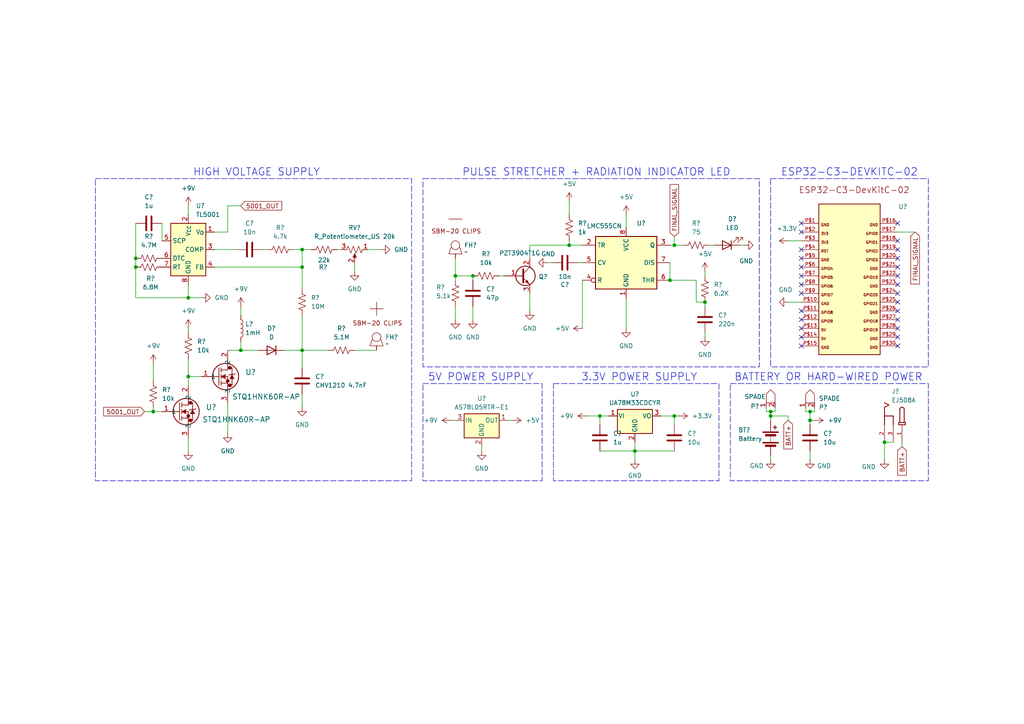
<source format=kicad_sch>
(kicad_sch (version 20231120) (generator "eeschema") (generator_version "8.0")
  (paper "A4")
  (lib_symbols
    (symbol "0197084013:0197084013"
      (property "Reference" "P" (at 0 0 0))
      (property "Value" "SPADE" (at 0 -4.064 0))
      (symbol "0197084013_0_1"
        (polyline (pts (xy 1.27 -10.16) (xy 1.27 -10.16)))
        (polyline (pts (xy -1.27 -1.27) (xy -1.27 1.27) (xy 0 2.54) (xy 1.27 1.27) (xy 1.27 -1.27) (xy -1.27 -1.27)))
      )
      (symbol "0197084013_1_1"
        (pin unspecified line (at -1.27 -2.54 90) (length 1.27) (name "") (number "1"))
        (pin unspecified line (at 1.27 -2.54 90) (length 1.27) (name "") (number "2"))
      )
    )
    (symbol "Device:Battery" (pin_numbers hide) (pin_names (offset 0) hide)
      (property "Reference" "BT" (at 2.54 2.54 0))
      (property "Value" "Battery" (at 2.54 0 0))
      (symbol "Battery_0_1"
        (rectangle (start -2.286 -1.27) (end 2.286 -1.524) (fill (type outline)))
        (rectangle (start -2.286 1.778) (end 2.286 1.524) (fill (type outline)))
        (rectangle (start -1.524 -2.032) (end 1.524 -2.54) (fill (type outline)))
        (rectangle (start -1.524 1.016) (end 1.524 0.508) (fill (type outline)))
        (polyline (pts (xy 0 -1.016) (xy 0 -0.762)))
        (polyline (pts (xy 0 -0.508) (xy 0 -0.254)))
        (polyline (pts (xy 0 0) (xy 0 0.254)))
        (polyline (pts (xy 0 1.778) (xy 0 2.54)))
        (polyline (pts (xy 0.762 3.048) (xy 1.778 3.048)) (stroke (width 0.254)))
        (polyline (pts (xy 1.27 3.556) (xy 1.27 2.54)) (stroke (width 0.254)))
      )
      (symbol "Battery_1_1"
        (pin passive line (at 0 5.08 270) (length 2.54) (name "+") (number "1"))
        (pin passive line (at 0 -5.08 90) (length 2.54) (name "-") (number "2"))
      )
    )
    (symbol "Device:C" (pin_numbers hide) (pin_names (offset 0.254))
      (property "Reference" "C" (at 0.635 2.54 0))
      (property "Value" "C" (at 0.635 -2.54 0))
      (symbol "C_0_1"
        (polyline (pts (xy -2.032 -0.762) (xy 2.032 -0.762)) (stroke (width 0.508)))
        (polyline (pts (xy -2.032 0.762) (xy 2.032 0.762)) (stroke (width 0.508)))
      )
      (symbol "C_1_1"
        (pin passive line (at 0 3.81 270) (length 2.794) (name "~") (number "1"))
        (pin passive line (at 0 -3.81 90) (length 2.794) (name "~") (number "2"))
      )
    )
    (symbol "Device:D" (pin_numbers hide) (pin_names (offset 1.016) hide)
      (property "Reference" "D" (at 0 2.54 0))
      (property "Value" "D" (at 0 -2.54 0))
      (symbol "D_0_1"
        (polyline (pts (xy -1.27 1.27) (xy -1.27 -1.27)) (stroke (width 0.254)))
        (polyline (pts (xy 1.27 0) (xy -1.27 0)))
        (polyline (pts (xy 1.27 1.27) (xy 1.27 -1.27) (xy -1.27 0) (xy 1.27 1.27)) (stroke (width 0.254)))
      )
      (symbol "D_1_1"
        (pin passive line (at -3.81 0 0) (length 2.54) (name "K") (number "1"))
        (pin passive line (at 3.81 0 180) (length 2.54) (name "A") (number "2"))
      )
    )
    (symbol "Device:L" (pin_numbers hide) (pin_names (offset 1.016) hide)
      (property "Reference" "L" (at -1.27 0 90))
      (property "Value" "L" (at 1.905 0 90))
      (symbol "L_0_1"
        (arc (start 0 -2.54) (mid 0.6323 -1.905) (end 0 -1.27))
        (arc (start 0 -1.27) (mid 0.6323 -0.635) (end 0 0))
        (arc (start 0 0) (mid 0.6323 0.635) (end 0 1.27))
        (arc (start 0 1.27) (mid 0.6323 1.905) (end 0 2.54))
      )
      (symbol "L_1_1"
        (pin passive line (at 0 3.81 270) (length 1.27) (name "1") (number "1"))
        (pin passive line (at 0 -3.81 90) (length 1.27) (name "2") (number "2"))
      )
    )
    (symbol "Device:LED" (pin_numbers hide) (pin_names (offset 1.016) hide)
      (property "Reference" "D" (at 0 2.54 0))
      (property "Value" "LED" (at 0 -2.54 0))
      (symbol "LED_0_1"
        (polyline (pts (xy -1.27 -1.27) (xy -1.27 1.27)) (stroke (width 0.254)))
        (polyline (pts (xy -1.27 0) (xy 1.27 0)))
        (polyline (pts (xy 1.27 -1.27) (xy 1.27 1.27) (xy -1.27 0) (xy 1.27 -1.27)) (stroke (width 0.254)))
        (polyline (pts (xy -3.048 -0.762) (xy -4.572 -2.286) (xy -3.81 -2.286) (xy -4.572 -2.286) (xy -4.572 -1.524)))
        (polyline (pts (xy -1.778 -0.762) (xy -3.302 -2.286) (xy -2.54 -2.286) (xy -3.302 -2.286) (xy -3.302 -1.524)))
      )
      (symbol "LED_1_1"
        (pin passive line (at -3.81 0 0) (length 2.54) (name "K") (number "1"))
        (pin passive line (at 3.81 0 180) (length 2.54) (name "A") (number "2"))
      )
    )
    (symbol "Device:R_Potentiometer_US" (pin_names (offset 1.016) hide)
      (property "Reference" "RV" (at -4.445 0 90))
      (property "Value" "R_Potentiometer_US" (at -2.54 0 90))
      (symbol "R_Potentiometer_US_0_1"
        (polyline (pts (xy 0 -2.286) (xy 0 -2.54)))
        (polyline (pts (xy 0 2.54) (xy 0 2.286)))
        (polyline (pts (xy 2.54 0) (xy 1.524 0)))
        (polyline (pts (xy 1.143 0) (xy 2.286 0.508) (xy 2.286 -0.508) (xy 1.143 0)) (fill (type outline)))
        (polyline (pts (xy 0 -0.762) (xy 1.016 -1.143) (xy 0 -1.524) (xy -1.016 -1.905) (xy 0 -2.286)))
        (polyline (pts (xy 0 0.762) (xy 1.016 0.381) (xy 0 0) (xy -1.016 -0.381) (xy 0 -0.762)))
        (polyline (pts (xy 0 2.286) (xy 1.016 1.905) (xy 0 1.524) (xy -1.016 1.143) (xy 0 0.762)))
      )
      (symbol "R_Potentiometer_US_1_1"
        (pin passive line (at 0 3.81 270) (length 1.27) (name "1") (number "1"))
        (pin passive line (at 3.81 0 180) (length 1.27) (name "2") (number "2"))
        (pin passive line (at 0 -3.81 90) (length 1.27) (name "3") (number "3"))
      )
    )
    (symbol "Device:R_US" (pin_numbers hide) (pin_names (offset 0))
      (property "Reference" "R" (at 2.54 0 90))
      (property "Value" "R_US" (at -2.54 0 90))
      (symbol "R_US_0_1"
        (polyline (pts (xy 0 -2.286) (xy 0 -2.54)))
        (polyline (pts (xy 0 2.286) (xy 0 2.54)))
        (polyline (pts (xy 0 -0.762) (xy 1.016 -1.143) (xy 0 -1.524) (xy -1.016 -1.905) (xy 0 -2.286)))
        (polyline (pts (xy 0 0.762) (xy 1.016 0.381) (xy 0 0) (xy -1.016 -0.381) (xy 0 -0.762)))
        (polyline (pts (xy 0 2.286) (xy 1.016 1.905) (xy 0 1.524) (xy -1.016 1.143) (xy 0 0.762)))
      )
      (symbol "R_US_1_1"
        (pin passive line (at 0 3.81 270) (length 1.27) (name "~") (number "1"))
        (pin passive line (at 0 -3.81 90) (length 1.27) (name "~") (number "2"))
      )
    )
    (symbol "EJ508A:EJ508A" (pin_names (offset 1.016))
      (property "Reference" "J" (at -5.08 5.08 0))
      (property "Value" "EJ508A" (at -5.08 -7.62 0))
      (symbol "EJ508A_0_0"
        (arc (start -5.08 2.54) (mid -4.894 2.091) (end -4.445 1.905) (stroke (width 0.254)))
        (arc (start -4.445 3.175) (mid -4.894 2.989) (end -5.08 2.54) (stroke (width 0.254)))
        (polyline (pts (xy -5.715 -1.27) (xy -6.35 -2.54)) (stroke (width 0.254)))
        (polyline (pts (xy -5.08 -2.54) (xy -5.715 -1.27)) (stroke (width 0.254)))
        (polyline (pts (xy -4.445 1.905) (xy -0.635 1.905)) (stroke (width 0.254)))
        (polyline (pts (xy -2.54 -2.54) (xy -5.08 -2.54)) (stroke (width 0.254)))
        (polyline (pts (xy -2.54 0) (xy -2.54 -2.54)) (stroke (width 0.254)))
        (polyline (pts (xy -0.635 1.5875) (xy -0.635 1.905)) (stroke (width 0.254)))
        (polyline (pts (xy -0.635 1.905) (xy -0.635 3.175)) (stroke (width 0.254)))
        (polyline (pts (xy -0.635 3.175) (xy -4.445 3.175)) (stroke (width 0.254)))
        (polyline (pts (xy -0.635 3.175) (xy -0.635 3.4925)) (stroke (width 0.254)))
        (polyline (pts (xy -0.635 3.4925) (xy 0 3.4925)) (stroke (width 0.254)))
        (polyline (pts (xy 0 -2.54) (xy -2.54 -2.54)) (stroke (width 0.254)))
        (polyline (pts (xy 0 0) (xy -2.54 0)) (stroke (width 0.254)))
        (polyline (pts (xy 0 1.5875) (xy -0.635 1.5875)) (stroke (width 0.254)))
        (polyline (pts (xy 0 3.4925) (xy 0 1.5875)) (stroke (width 0.254)))
        (pin passive line (at 5.08 2.54 180) (length 5.08) (name "~") (number "1"))
        (pin passive line (at 5.08 -2.54 180) (length 5.08) (name "~") (number "2"))
        (pin passive line (at 5.08 0 180) (length 5.08) (name "~") (number "3"))
      )
    )
    (symbol "ESP32-C3-DEVKITC-02:ESP32-C3-DEVKITC-02HOLES" (pin_names (offset 1.016))
      (property "Reference" "U" (at 0 0 0))
      (property "Value" "ESP32-C3-DEVKITC-02HOLES" (at 0 0 0))
      (symbol "ESP32-C3-DEVKITC-02HOLES_0_0"
        (rectangle (start -5.08 33.5311) (end 12.7 -10.16) (stroke (width 0.254)) (fill (type background)))
        (text " 3V3" (at -5.08 22.86 0) (effects (font (size 0.762 0.762)) (justify left top)))
        (text " 3V3" (at -5.08 25.4 0) (effects (font (size 0.762 0.762)) (justify left top)))
        (text " 5V" (at -5.08 -5.08 0) (effects (font (size 0.762 0.762)) (justify left top)))
        (text " 5V" (at -5.08 -2.54 0) (effects (font (size 0.762 0.762)) (justify left top)))
        (text " GND" (at -5.08 -7.62 0) (effects (font (size 0.762 0.762)) (justify left top)))
        (text " GND" (at -5.08 5.08 0) (effects (font (size 0.762 0.762)) (justify left top)))
        (text " GND" (at -5.08 17.78 0) (effects (font (size 0.762 0.762)) (justify left top)))
        (text " GND" (at -5.08 27.94 0) (effects (font (size 0.762 0.762)) (justify left top)))
        (text " GPIO4" (at -5.08 15.24 0) (effects (font (size 0.762 0.762)) (justify left top)))
        (text " GPIO5" (at -5.08 12.7 0) (effects (font (size 0.762 0.762)) (justify left top)))
        (text " GPIO6" (at -5.08 10.16 0) (effects (font (size 0.762 0.762)) (justify left top)))
        (text " GPIO7" (at -5.08 7.62 0) (effects (font (size 0.762 0.762)) (justify left top)))
        (text " GPIO8" (at -5.08 2.54 0) (effects (font (size 0.762 0.762)) (justify left top)))
        (text " GPIO9" (at -5.08 0 0) (effects (font (size 0.762 0.762)) (justify left top)))
        (text " RST" (at -5.08 20.32 0) (effects (font (size 0.762 0.762)) (justify left top)))
        (text "ESP32-C3-DevKitC-02" (at -10.922 36.576 0) (effects (font (size 1.778 1.778)) (justify left bottom)))
        (text "GND " (at 12.7 -7.62 0) (effects (font (size 0.762 0.762)) (justify right top)))
        (text "GND " (at 12.7 -5.08 0) (effects (font (size 0.762 0.762)) (justify right top)))
        (text "GND " (at 12.7 2.54 0) (effects (font (size 0.762 0.762)) (justify right top)))
        (text "GND " (at 12.7 10.16 0) (effects (font (size 0.762 0.762)) (justify right top)))
        (text "GND " (at 12.7 15.24 0) (effects (font (size 0.762 0.762)) (justify right top)))
        (text "GND " (at 12.7 27.94 0) (effects (font (size 0.762 0.762)) (justify right top)))
        (text "GPIO0 " (at 12.7 25.4 0) (effects (font (size 0.762 0.762)) (justify right top)))
        (text "GPIO1 " (at 12.7 22.86 0) (effects (font (size 0.762 0.762)) (justify right top)))
        (text "GPIO10 " (at 12.7 12.7 0) (effects (font (size 0.762 0.762)) (justify right top)))
        (text "GPIO18 " (at 12.7 0 0) (effects (font (size 0.762 0.762)) (justify right top)))
        (text "GPIO19 " (at 12.7 -2.54 0) (effects (font (size 0.762 0.762)) (justify right top)))
        (text "GPIO2 " (at 12.7 20.32 0) (effects (font (size 0.762 0.762)) (justify right top)))
        (text "GPIO20 " (at 12.7 7.62 0) (effects (font (size 0.762 0.762)) (justify right top)))
        (text "GPIO21 " (at 12.7 5.08 0) (effects (font (size 0.762 0.762)) (justify right top)))
        (text "GPIO3 " (at 12.7 17.78 0) (effects (font (size 0.762 0.762)) (justify right top)))
        (pin bidirectional line (at -10.16 27.94 0) (length 5.08) (name "~") (number "P$1"))
        (pin bidirectional line (at -10.16 5.08 0) (length 5.08) (name "~") (number "P$10"))
        (pin bidirectional line (at -10.16 2.54 0) (length 5.08) (name "~") (number "P$11"))
        (pin bidirectional line (at -10.16 0 0) (length 5.08) (name "~") (number "P$12"))
        (pin bidirectional line (at -10.16 -2.54 0) (length 5.08) (name "~") (number "P$13"))
        (pin bidirectional line (at -10.16 -5.08 0) (length 5.08) (name "~") (number "P$14"))
        (pin bidirectional line (at -10.16 -7.62 0) (length 5.08) (name "~") (number "P$15"))
        (pin bidirectional line (at 17.78 27.94 180) (length 5.08) (name "~") (number "P$16"))
        (pin bidirectional line (at 17.78 25.4 180) (length 5.08) (name "~") (number "P$17"))
        (pin bidirectional line (at 17.78 22.86 180) (length 5.08) (name "~") (number "P$18"))
        (pin bidirectional line (at 17.78 20.32 180) (length 5.08) (name "~") (number "P$19"))
        (pin bidirectional line (at -10.16 25.4 0) (length 5.08) (name "~") (number "P$2"))
        (pin bidirectional line (at 17.78 17.78 180) (length 5.08) (name "~") (number "P$20"))
        (pin bidirectional line (at 17.78 15.24 180) (length 5.08) (name "~") (number "P$21"))
        (pin bidirectional line (at 17.78 12.7 180) (length 5.08) (name "~") (number "P$22"))
        (pin bidirectional line (at 17.78 10.16 180) (length 5.08) (name "~") (number "P$23"))
        (pin bidirectional line (at 17.78 7.62 180) (length 5.08) (name "~") (number "P$24"))
        (pin bidirectional line (at 17.78 5.08 180) (length 5.08) (name "~") (number "P$25"))
        (pin bidirectional line (at 17.78 2.54 180) (length 5.08) (name "~") (number "P$26"))
        (pin bidirectional line (at 17.78 0 180) (length 5.08) (name "~") (number "P$27"))
        (pin bidirectional line (at 17.78 -2.54 180) (length 5.08) (name "~") (number "P$28"))
        (pin bidirectional line (at 17.78 -5.08 180) (length 5.08) (name "~") (number "P$29"))
        (pin bidirectional line (at -10.16 22.86 0) (length 5.08) (name "~") (number "P$3"))
        (pin bidirectional line (at 17.78 -7.62 180) (length 5.08) (name "~") (number "P$30"))
        (pin bidirectional line (at -10.16 20.32 0) (length 5.08) (name "~") (number "P$4"))
        (pin bidirectional line (at -10.16 17.78 0) (length 5.08) (name "~") (number "P$5"))
        (pin bidirectional line (at -10.16 15.24 0) (length 5.08) (name "~") (number "P$6"))
        (pin bidirectional line (at -10.16 12.7 0) (length 5.08) (name "~") (number "P$7"))
        (pin bidirectional line (at -10.16 10.16 0) (length 5.08) (name "~") (number "P$8"))
        (pin bidirectional line (at -10.16 7.62 0) (length 5.08) (name "~") (number "P$9"))
      )
    )
    (symbol "REV9-KI:36-3530-ND"
      (property "Reference" "FH" (at 0 0 0))
      (symbol "36-3530-ND_0_1"
        (polyline (pts (xy -1.27 -3.175) (xy -1.905 -5.08) (xy 1.905 -5.08) (xy 1.27 -3.175)))
      )
      (symbol "36-3530-ND_1_1"
        (circle (center 0 -2.54) (radius 1.27))
        (text "SBM-20 CLIPS\n" (at 0.254 1.524 0) (effects (font (size 1.27 1.27))))
        (pin unspecified line (at 0 -6.35 90) (length 1.27) (name "") (number ""))
      )
    )
    (symbol "Regulator_Linear:L78L05_SOT89" (pin_names (offset 0.254))
      (property "Reference" "U" (at -3.81 3.175 0))
      (property "Value" "L78L05_SOT89" (at -0.635 3.175 0))
      (symbol "L78L05_SOT89_0_1"
        (rectangle (start -5.08 1.905) (end 5.08 -5.08) (stroke (width 0.254)) (fill (type background)))
      )
      (symbol "L78L05_SOT89_1_1"
        (pin power_out line (at 7.62 0 180) (length 2.54) (name "OUT") (number "1"))
        (pin power_in line (at 0 -7.62 90) (length 2.54) (name "GND") (number "2"))
        (pin power_in line (at -7.62 0 0) (length 2.54) (name "IN") (number "3"))
      )
    )
    (symbol "Regulator_Linear:LT1129-3.3_SOT223" (pin_names (offset 0.254))
      (property "Reference" "U" (at -3.81 3.175 0))
      (property "Value" "LT1129-3.3_SOT223" (at 0 3.175 0))
      (symbol "LT1129-3.3_SOT223_0_1"
        (rectangle (start -5.08 -5.08) (end 5.08 1.905) (stroke (width 0.254)) (fill (type background)))
      )
      (symbol "LT1129-3.3_SOT223_1_1"
        (pin power_in line (at -7.62 0 0) (length 2.54) (name "VI") (number "1"))
        (pin power_in line (at 0 -7.62 90) (length 2.54) (name "GND") (number "2"))
        (pin power_out line (at 7.62 0 180) (length 2.54) (name "VO") (number "3"))
      )
    )
    (symbol "Regulator_Switching:TL5001"
      (property "Reference" "U" (at -5.08 8.89 0))
      (property "Value" "TL5001" (at 3.81 8.89 0))
      (symbol "TL5001_0_1"
        (rectangle (start -5.08 7.62) (end 5.08 -7.62) (stroke (width 0.254)) (fill (type background)))
        (pin input line (at 7.62 -5.08 180) (length 2.54) (name "FB") (number "4"))
      )
      (symbol "TL5001_1_1"
        (pin open_collector line (at 7.62 5.08 180) (length 2.54) (name "V_{O}") (number "1"))
        (pin power_in line (at 0 10.16 270) (length 2.54) (name "V_{CC}") (number "2"))
        (pin input line (at 7.62 0 180) (length 2.54) (name "COMP") (number "3"))
        (pin output line (at -7.62 2.54 0) (length 2.54) (name "SCP") (number "5"))
        (pin output line (at -7.62 -2.54 0) (length 2.54) (name "DTC") (number "6"))
        (pin output line (at -7.62 -5.08 0) (length 2.54) (name "RT") (number "7"))
        (pin power_in line (at 0 -10.16 90) (length 2.54) (name "GND") (number "8"))
      )
    )
    (symbol "STQ1HNK60R_AP:STQ1HNK60R-AP" (pin_names (offset 0.254))
      (property "Reference" "U" (at 11.43 1.905 0))
      (property "Value" "STQ1HNK60R-AP" (at 11.43 -2.54 0))
      (symbol "STQ1HNK60R-AP_1_1"
        (polyline (pts (xy 2.54 0) (xy 5.08 0)) (stroke (width 0.2032)))
        (polyline (pts (xy 5.08 -2.54) (xy 5.08 2.54)) (stroke (width 0.2032)))
        (polyline (pts (xy 5.715 -2.54) (xy 5.715 -1.27)) (stroke (width 0.2032)))
        (polyline (pts (xy 5.715 -1.905) (xy 7.62 -1.905)) (stroke (width 0.2032)))
        (polyline (pts (xy 5.715 -0.635) (xy 5.715 0.635)) (stroke (width 0.2032)))
        (polyline (pts (xy 5.715 1.27) (xy 5.715 2.54)) (stroke (width 0.2032)))
        (polyline (pts (xy 5.715 1.905) (xy 7.62 1.905)) (stroke (width 0.2032)))
        (polyline (pts (xy 6.985 0) (xy 7.62 0)) (stroke (width 0.2032)))
        (polyline (pts (xy 7.62 -5.08) (xy 7.62 0)) (stroke (width 0.2032)))
        (polyline (pts (xy 7.62 -2.54) (xy 8.89 -2.54)) (stroke (width 0.2032)))
        (polyline (pts (xy 7.62 1.905) (xy 7.62 5.08)) (stroke (width 0.2032)))
        (polyline (pts (xy 7.62 2.54) (xy 8.89 2.54)) (stroke (width 0.2032)))
        (polyline (pts (xy 8.255 0.635) (xy 8.001 0.381)) (stroke (width 0.2032)))
        (polyline (pts (xy 8.89 -2.54) (xy 8.89 -0.635)) (stroke (width 0.2032)))
        (polyline (pts (xy 8.89 0.635) (xy 8.89 2.54)) (stroke (width 0.2032)))
        (polyline (pts (xy 9.525 0.635) (xy 8.255 0.635)) (stroke (width 0.2032)))
        (polyline (pts (xy 9.779 0.889) (xy 9.525 0.635)) (stroke (width 0.2032)))
        (polyline (pts (xy 6.985 0.635) (xy 5.715 0) (xy 6.985 -0.635)) (fill (type outline)))
        (polyline (pts (xy 9.525 -0.635) (xy 8.255 -0.635) (xy 8.89 0.635)) (fill (type outline)))
        (circle (center 6.985 0) (radius 3.81) (stroke (width 0.254)))
        (circle (center 7.62 -1.27) (radius 0.0254) (stroke (width 0.508)))
        (circle (center 8.255 -2.54) (radius 0.0254) (stroke (width 0.508)))
        (circle (center 8.255 2.54) (radius 0.0254) (stroke (width 0.508)))
        (pin unspecified line (at 0 0 0) (length 2.54) (name "1") (number "1"))
        (pin unspecified line (at 7.62 7.62 270) (length 2.54) (name "2") (number "2"))
        (pin unspecified line (at 7.62 -7.62 90) (length 2.54) (name "3") (number "3"))
      )
    )
    (symbol "Timer:LMC555xN"
      (property "Reference" "U" (at -10.16 8.89 0))
      (property "Value" "LMC555xN" (at 2.54 8.89 0))
      (symbol "LMC555xN_0_0"
        (pin power_in line (at 0 -10.16 90) (length 2.54) (name "GND") (number "1"))
        (pin power_in line (at 0 10.16 270) (length 2.54) (name "VCC") (number "8"))
      )
      (symbol "LMC555xN_0_1"
        (rectangle (start -8.89 -7.62) (end 8.89 7.62) (stroke (width 0.254)) (fill (type background)))
        (rectangle (start -8.89 -7.62) (end 8.89 7.62) (stroke (width 0.254)) (fill (type background)))
      )
      (symbol "LMC555xN_1_1"
        (pin input line (at -12.7 5.08 0) (length 3.81) (name "TR") (number "2"))
        (pin output line (at 12.7 5.08 180) (length 3.81) (name "Q") (number "3"))
        (pin input inverted (at -12.7 -5.08 0) (length 3.81) (name "R") (number "4"))
        (pin input line (at -12.7 0 0) (length 3.81) (name "CV") (number "5"))
        (pin input line (at 12.7 -5.08 180) (length 3.81) (name "THR") (number "6"))
        (pin input line (at 12.7 0 180) (length 3.81) (name "DIS") (number "7"))
      )
    )
    (symbol "Transistor_BJT:PZT3904" (pin_names (offset 0) hide)
      (property "Reference" "Q" (at 5.08 1.905 0))
      (property "Value" "PZT3904" (at 5.08 0 0))
      (symbol "PZT3904_0_1"
        (polyline (pts (xy 0.635 0.635) (xy 2.54 2.54)))
        (polyline (pts (xy 0.635 -0.635) (xy 2.54 -2.54) (xy 2.54 -2.54)))
        (polyline (pts (xy 0.635 1.905) (xy 0.635 -1.905) (xy 0.635 -1.905)) (stroke (width 0.508)))
        (polyline (pts (xy 1.27 -1.778) (xy 1.778 -1.27) (xy 2.286 -2.286) (xy 1.27 -1.778) (xy 1.27 -1.778)) (fill (type outline)))
        (circle (center 1.27 0) (radius 2.8194) (stroke (width 0.254)))
      )
      (symbol "PZT3904_1_1"
        (pin input line (at -5.08 0 0) (length 5.715) (name "B") (number "1"))
        (pin passive line (at 2.54 5.08 270) (length 2.54) (name "C") (number "2"))
        (pin passive line (at 2.54 -5.08 90) (length 2.54) (name "E") (number "3"))
        (pin passive line (at 2.54 5.08 270) (length 2.54) hide (name "C") (number "4"))
      )
    )
    (symbol "power:+3.3V" (power) (pin_numbers hide) (pin_names (offset 0) hide)
      (property "Value" "+3.3V" (at 0 3.556 0))
      (symbol "+3.3V_0_1"
        (polyline (pts (xy -0.762 1.27) (xy 0 2.54)))
        (polyline (pts (xy 0 0) (xy 0 2.54)))
        (polyline (pts (xy 0 2.54) (xy 0.762 1.27)))
      )
      (symbol "+3.3V_1_1"
        (pin power_in line (at 0 0 90) (length 0) (name "~") (number "1"))
      )
    )
    (symbol "power:+5V" (power) (pin_numbers hide) (pin_names (offset 0) hide)
      (property "Value" "+5V" (at 0 3.556 0))
      (symbol "+5V_0_1"
        (polyline (pts (xy -0.762 1.27) (xy 0 2.54)))
        (polyline (pts (xy 0 0) (xy 0 2.54)))
        (polyline (pts (xy 0 2.54) (xy 0.762 1.27)))
      )
      (symbol "+5V_1_1"
        (pin power_in line (at 0 0 90) (length 0) (name "~") (number "1"))
      )
    )
    (symbol "power:+9V" (power) (pin_numbers hide) (pin_names (offset 0) hide)
      (property "Value" "+9V" (at 0 3.556 0))
      (symbol "+9V_0_1"
        (polyline (pts (xy -0.762 1.27) (xy 0 2.54)))
        (polyline (pts (xy 0 0) (xy 0 2.54)))
        (polyline (pts (xy 0 2.54) (xy 0.762 1.27)))
      )
      (symbol "+9V_1_1"
        (pin power_in line (at 0 0 90) (length 0) (name "~") (number "1"))
      )
    )
    (symbol "power:GND" (power) (pin_numbers hide) (pin_names (offset 0) hide)
      (property "Value" "GND" (at 0 -3.81 0))
      (symbol "GND_0_1"
        (polyline (pts (xy 0 0) (xy 0 -1.27) (xy 1.27 -1.27) (xy 0 -2.54) (xy -1.27 -1.27) (xy 0 -1.27)))
      )
      (symbol "GND_1_1"
        (pin power_in line (at 0 0 270) (length 0) (name "~") (number "1"))
      )
    )
  )
  (junction (at 234.95 119.38))
  (junction (at 194.31 81.28))
  (junction (at 223.52 120.65))
  (junction (at 87.63 72.39))
  (junction (at 87.63 77.47))
  (junction (at 195.58 120.65))
  (junction (at 195.58 71.12))
  (junction (at 132.08 80.01))
  (junction (at 223.52 119.38))
  (junction (at 39.37 77.47))
  (junction (at 54.61 86.36))
  (junction (at 234.95 121.92))
  (junction (at 39.37 74.93))
  (junction (at 204.47 87.63))
  (junction (at 87.63 101.6))
  (junction (at 44.45 119.38))
  (junction (at 256.54 128.27))
  (junction (at 54.61 109.22))
  (junction (at 173.99 120.65))
  (junction (at 69.85 101.6))
  (junction (at 165.1 71.12))
  (junction (at 184.15 130.81))
  (junction (at 137.16 80.01))
  (no_connect (at 232.41 77.47))
  (no_connect (at 260.35 90.17))
  (no_connect (at 232.41 95.25))
  (no_connect (at 232.41 92.71))
  (no_connect (at 232.41 82.55))
  (no_connect (at 260.35 74.93))
  (no_connect (at 260.35 95.25))
  (no_connect (at 260.35 100.33))
  (no_connect (at 260.35 72.39))
  (no_connect (at 260.35 77.47))
  (no_connect (at 232.41 100.33))
  (no_connect (at 260.35 69.85))
  (no_connect (at 232.41 64.77))
  (no_connect (at 260.35 85.09))
  (no_connect (at 232.41 85.09))
  (no_connect (at 260.35 97.79))
  (no_connect (at 232.41 80.01))
  (no_connect (at 260.35 80.01))
  (no_connect (at 260.35 87.63))
  (no_connect (at 232.41 67.31))
  (no_connect (at 260.35 64.77))
  (no_connect (at 232.41 72.39))
  (no_connect (at 260.35 92.71))
  (no_connect (at 260.35 82.55))
  (no_connect (at 232.41 74.93))
  (no_connect (at 232.41 97.79))
  (no_connect (at 232.41 90.17))
  (wire (pts (xy 233.68 119.38) (xy 233.68 118.11)))
  (wire (pts (xy 153.67 85.09) (xy 153.67 90.17)))
  (wire (pts (xy 147.32 121.92) (xy 148.59 121.92)))
  (wire (pts (xy 54.61 95.25) (xy 54.61 96.52)))
  (wire (pts (xy 194.31 71.12) (xy 195.58 71.12)))
  (wire (pts (xy 106.68 72.39) (xy 110.49 72.39)))
  (wire (pts (xy 144.78 80.01) (xy 146.05 80.01)))
  (wire (pts (xy 69.85 88.9) (xy 69.85 91.44)))
  (wire (pts (xy 66.04 59.69) (xy 69.85 59.69)))
  (wire (pts (xy 87.63 114.3) (xy 87.63 118.11)))
  (wire (pts (xy 54.61 82.55) (xy 54.61 86.36)))
  (wire (pts (xy 184.15 130.81) (xy 184.15 133.35)))
  (wire (pts (xy 233.68 119.38) (xy 234.95 119.38)))
  (wire (pts (xy 158.75 76.2) (xy 160.02 76.2)))
  (wire (pts (xy 191.77 120.65) (xy 195.58 120.65)))
  (wire (pts (xy 204.47 78.74) (xy 204.47 80.01)))
  (wire (pts (xy 228.6 69.85) (xy 232.41 69.85)))
  (wire (pts (xy 234.95 121.92) (xy 234.95 123.19)))
  (wire (pts (xy 76.2 72.39) (xy 77.47 72.39)))
  (wire (pts (xy 153.67 71.12) (xy 153.67 74.93)))
  (wire (pts (xy 69.85 101.6) (xy 74.93 101.6)))
  (wire (pts (xy 97.79 72.39) (xy 99.06 72.39)))
  (wire (pts (xy 184.15 130.81) (xy 195.58 130.81)))
  (wire (pts (xy 223.52 119.38) (xy 224.79 119.38)))
  (wire (pts (xy 195.58 68.58) (xy 195.58 71.12)))
  (wire (pts (xy 165.1 71.12) (xy 168.91 71.12)))
  (wire (pts (xy 87.63 101.6) (xy 87.63 91.44)))
  (wire (pts (xy 201.93 87.63) (xy 204.47 87.63)))
  (wire (pts (xy 181.61 86.36) (xy 181.61 95.25)))
  (wire (pts (xy 66.04 101.6) (xy 69.85 101.6)))
  (wire (pts (xy 44.45 118.11) (xy 44.45 119.38)))
  (wire (pts (xy 132.08 80.01) (xy 137.16 80.01)))
  (wire (pts (xy 214.63 71.12) (xy 215.9 71.12)))
  (wire (pts (xy 54.61 109.22) (xy 58.42 109.22)))
  (wire (pts (xy 195.58 120.65) (xy 195.58 123.19)))
  (wire (pts (xy 222.25 119.38) (xy 223.52 119.38)))
  (wire (pts (xy 194.31 76.2) (xy 194.31 81.28)))
  (wire (pts (xy 66.04 116.84) (xy 66.04 125.73)))
  (wire (pts (xy 54.61 104.14) (xy 54.61 109.22)))
  (wire (pts (xy 234.95 130.81) (xy 234.95 133.35)))
  (wire (pts (xy 54.61 59.69) (xy 54.61 62.23)))
  (wire (pts (xy 173.99 120.65) (xy 176.53 120.65)))
  (wire (pts (xy 102.87 76.2) (xy 102.87 78.74)))
  (wire (pts (xy 223.52 133.35) (xy 223.52 132.08)))
  (wire (pts (xy 46.99 69.85) (xy 46.99 64.77)))
  (wire (pts (xy 58.42 86.36) (xy 54.61 86.36)))
  (wire (pts (xy 256.54 128.27) (xy 259.08 128.27)))
  (wire (pts (xy 44.45 105.41) (xy 44.45 110.49)))
  (wire (pts (xy 222.25 119.38) (xy 222.25 118.11)))
  (wire (pts (xy 62.23 77.47) (xy 87.63 77.47)))
  (wire (pts (xy 234.95 119.38) (xy 236.22 119.38)))
  (wire (pts (xy 173.99 120.65) (xy 173.99 123.19)))
  (wire (pts (xy 130.81 121.92) (xy 132.08 121.92)))
  (wire (pts (xy 234.95 121.92) (xy 236.22 121.92)))
  (wire (pts (xy 168.91 95.25) (xy 168.91 81.28)))
  (wire (pts (xy 66.04 67.31) (xy 66.04 59.69)))
  (wire (pts (xy 132.08 88.9) (xy 132.08 92.71)))
  (wire (pts (xy 204.47 97.79) (xy 204.47 96.52)))
  (wire (pts (xy 39.37 74.93) (xy 39.37 77.47)))
  (wire (pts (xy 261.62 129.54) (xy 261.62 128.27)))
  (wire (pts (xy 195.58 71.12) (xy 198.12 71.12)))
  (wire (pts (xy 260.35 67.31) (xy 265.43 67.31)))
  (wire (pts (xy 181.61 62.23) (xy 181.61 66.04)))
  (wire (pts (xy 153.67 71.12) (xy 165.1 71.12)))
  (wire (pts (xy 165.1 69.85) (xy 165.1 71.12)))
  (wire (pts (xy 137.16 88.9) (xy 137.16 92.71)))
  (wire (pts (xy 205.74 71.12) (xy 207.01 71.12)))
  (wire (pts (xy 228.6 120.65) (xy 228.6 121.92)))
  (wire (pts (xy 234.95 119.38) (xy 234.95 121.92)))
  (wire (pts (xy 66.04 67.31) (xy 62.23 67.31)))
  (wire (pts (xy 102.87 101.6) (xy 109.22 101.6)))
  (wire (pts (xy 173.99 130.81) (xy 184.15 130.81)))
  (wire (pts (xy 41.91 119.38) (xy 44.45 119.38)))
  (wire (pts (xy 223.52 120.65) (xy 228.6 120.65)))
  (wire (pts (xy 87.63 101.6) (xy 95.25 101.6)))
  (wire (pts (xy 39.37 86.36) (xy 54.61 86.36)))
  (wire (pts (xy 223.52 121.92) (xy 223.52 120.65)))
  (wire (pts (xy 170.18 120.65) (xy 173.99 120.65)))
  (wire (pts (xy 69.85 99.06) (xy 69.85 101.6)))
  (wire (pts (xy 85.09 72.39) (xy 87.63 72.39)))
  (wire (pts (xy 195.58 120.65) (xy 196.85 120.65)))
  (wire (pts (xy 236.22 119.38) (xy 236.22 118.11)))
  (wire (pts (xy 132.08 74.93) (xy 132.08 80.01)))
  (wire (pts (xy 256.54 128.27) (xy 256.54 133.35)))
  (wire (pts (xy 223.52 119.38) (xy 223.52 120.65)))
  (wire (pts (xy 204.47 87.63) (xy 204.47 88.9)))
  (wire (pts (xy 167.64 76.2) (xy 168.91 76.2)))
  (wire (pts (xy 54.61 111.76) (xy 54.61 109.22)))
  (wire (pts (xy 139.7 129.54) (xy 139.7 130.81)))
  (wire (pts (xy 87.63 77.47) (xy 87.63 83.82)))
  (wire (pts (xy 87.63 72.39) (xy 87.63 77.47)))
  (wire (pts (xy 184.15 128.27) (xy 184.15 130.81)))
  (wire (pts (xy 82.55 101.6) (xy 87.63 101.6)))
  (wire (pts (xy 39.37 77.47) (xy 39.37 86.36)))
  (wire (pts (xy 228.6 87.63) (xy 232.41 87.63)))
  (wire (pts (xy 132.08 81.28) (xy 132.08 80.01)))
  (wire (pts (xy 54.61 127) (xy 54.61 130.81)))
  (wire (pts (xy 137.16 81.28) (xy 137.16 80.01)))
  (wire (pts (xy 87.63 101.6) (xy 87.63 106.68)))
  (wire (pts (xy 44.45 119.38) (xy 46.99 119.38)))
  (wire (pts (xy 62.23 72.39) (xy 68.58 72.39)))
  (wire (pts (xy 87.63 72.39) (xy 90.17 72.39)))
  (wire (pts (xy 224.79 119.38) (xy 224.79 118.11)))
  (wire (pts (xy 39.37 64.77) (xy 39.37 74.93)))
  (wire (pts (xy 165.1 58.42) (xy 165.1 62.23)))
  (wire (pts (xy 194.31 81.28) (xy 201.93 81.28)))
  (wire (pts (xy 201.93 81.28) (xy 201.93 87.63)))
  (rectangle (start 160.528 111.252) (end 208.534 139.446) (stroke (width 0) (type dash)))
  (rectangle (start 27.686 51.816) (end 119.38 139.446) (stroke (width 0) (type dash)))
  (rectangle (start 223.52 51.816) (end 269.24 106.426) (stroke (width 0) (type dash)))
  (rectangle (start 122.682 51.816) (end 220.218 106.426) (stroke (width 0) (type dash)))
  (rectangle (start 211.836 111.252) (end 269.24 139.446) (stroke (width 0) (type dash)))
  (rectangle (start 122.682 111.252) (end 157.226 139.446) (stroke (width 0) (type dash)))
  (text "HIGH VOLTAGE SUPPLY" (at 74.422 50.038 0) (effects (font (size 2.159 2.159))))
  (text "_" (at 132.08 60.96 0) (effects (font (size 5.08 5.08))))
  (text "3.3V POWER SUPPLY" (at 185.42 109.474 0) (effects (font (size 2.159 2.159))))
  (text "BATTERY OR HARD-WIRED POWER" (at 240.284 109.474 0) (effects (font (size 2.159 2.159))))
  (text "ESP32-C3-DEVKITC-02" (at 246.38 50.038 0) (effects (font (size 2.159 2.159))))
  (text "PULSE STRETCHER + RADIATION INDICATOR LED" (at 172.974 50.038 0) (effects (font (size 2.159 2.159))))
  (text "+" (at 109.22 89.408 0) (effects (font (size 5.08 5.08))))
  (text "5V POWER SUPPLY" (at 139.446 109.474 0) (effects (font (size 2.159 2.159))))
  (global_label "BATT+" (shape input) (at 228.6 121.92 270) (property "Intersheetrefs" "${INTERSHEET_REFS}" (effects (hide yes))))
  (global_label "5001_OUT" (shape input) (at 69.85 59.69 0) (property "Intersheetrefs" "${INTERSHEET_REFS}" (effects (hide yes))))
  (global_label "FINAL_SIGNAL" (shape input) (at 265.43 67.31 270) (property "Intersheetrefs" "${INTERSHEET_REFS}" (effects (hide yes))))
  (global_label "FINAL_SIGNAL" (shape input) (at 195.58 68.58 90) (property "Intersheetrefs" "${INTERSHEET_REFS}" (effects (hide yes))))
  (global_label "5001_OUT" (shape input) (at 41.91 119.38 180) (property "Intersheetrefs" "${INTERSHEET_REFS}" (effects (hide yes))))
  (global_label "BATT+" (shape input) (at 261.62 129.54 270) (property "Intersheetrefs" "${INTERSHEET_REFS}" (effects (hide yes))))
  (symbol (lib_id "power:+9V") (at 236.22 121.92 270) (unit 1)
    (property "Reference" "#PWR01" (effects (hide yes)))
    (property "Value" "+9V" (at 240.03 121.9199 90) (effects (justify left)))
    (property "Description" "Power symbol creates a global label with name \"+9V\"" (effects (hide yes)))
  )
  (symbol (lib_id "Device:R_US") (at 140.97 80.01 90) (unit 1)
    (property "Reference" "R?" (at 140.97 73.66 90))
    (property "Value" "10k" (at 140.97 76.2 90))
    (property "Description" "Resistor, US symbol" (effects (hide yes)))
  )
  (symbol (lib_id "0197084013:0197084013") (at 234.95 115.57 0) (unit 1)
    (property "Reference" "P?" (at 237.49 118.1099 0) (effects (justify left)))
    (property "Value" "SPADE" (at 237.49 115.57 0) (effects (justify left)))
    (property "Footprint" "0197084013:0197084013" (effects (hide yes)))
  )
  (symbol (lib_id "power:+9V") (at 69.85 88.9 0) (unit 1)
    (property "Reference" "#PWR010" (effects (hide yes)))
    (property "Value" "+9V" (at 69.85 83.82 0))
    (property "Description" "Power symbol creates a global label with name \"+9V\"" (effects (hide yes)))
  )
  (symbol (lib_id "Device:R_US") (at 204.47 83.82 0) (unit 1)
    (property "Reference" "R?" (at 207.01 82.5499 0) (effects (justify left)))
    (property "Value" "6.2K" (at 207.01 85.0899 0) (effects (justify left)))
    (property "Description" "Resistor, US symbol" (effects (hide yes)))
  )
  (symbol (lib_id "power:+3.3V") (at 228.6 69.85 90) (unit 1)
    (property "Reference" "#PWR032" (effects (hide yes)))
    (property "Value" "+3.3V" (at 231.14 66.294 90) (effects (justify left)))
    (property "Description" "Power symbol creates a global label with name \"+3.3V\"" (effects (hide yes)))
  )
  (symbol (lib_id "Device:R_US") (at 81.28 72.39 90) (unit 1)
    (property "Reference" "R?" (at 81.28 66.04 90))
    (property "Value" "4.7k" (at 81.28 68.58 90))
    (property "Description" "Resistor, US symbol" (effects (hide yes)))
  )
  (symbol (lib_id "0197084013:0197084013") (at 223.52 115.57 0) (unit 1)
    (property "Reference" "P?" (at 217.678 117.856 0) (effects (justify left)))
    (property "Value" "SPADE" (at 215.9 115.062 0) (effects (justify left)))
    (property "Footprint" "0197084013:0197084013" (effects (hide yes)))
  )
  (symbol (lib_id "Device:C") (at 137.16 85.09 0) (unit 1)
    (property "Reference" "C?" (at 140.97 83.8199 0) (effects (justify left)))
    (property "Value" "47p" (at 140.97 86.3599 0) (effects (justify left)))
    (property "Description" "Unpolarized capacitor" (effects (hide yes)))
  )
  (symbol (lib_id "Device:C") (at 204.47 92.71 0) (unit 1)
    (property "Reference" "C?" (at 208.28 91.4399 0) (effects (justify left)))
    (property "Value" "220n" (at 208.28 93.9799 0) (effects (justify left)))
    (property "Description" "Unpolarized capacitor" (effects (hide yes)))
  )
  (symbol (lib_id "Device:C") (at 43.18 64.77 90) (unit 1)
    (property "Reference" "C?" (at 43.18 57.15 90))
    (property "Value" "1u" (at 43.18 59.69 90))
    (property "Description" "Unpolarized capacitor" (effects (hide yes)))
  )
  (symbol (lib_id "Transistor_BJT:PZT3904") (at 151.13 80.01 0) (unit 1)
    (property "Reference" "Q?" (at 156.21 80.264 0) (effects (justify left)))
    (property "Value" "PZT3904T1G" (at 144.78 73.406 0) (effects (justify left)))
    (property "Footprint" "Package_TO_SOT_SMD:SOT-223-3_TabPin2" (effects (hide yes)))
    (property "Datasheet" "https://www.onsemi.com/pdf/datasheet/pzt3904-d.pdf" (effects (hide yes)))
    (property "Description" "0.2A Ic, 40V Vce, Small Signal NPN Transistor, SOT-223" (effects (hide yes)))
  )
  (symbol (lib_id "Device:R_US") (at 93.98 72.39 90) (unit 1)
    (property "Reference" "R?" (at 93.726 77.47 90))
    (property "Value" "22k" (at 93.98 75.438 90))
    (property "Description" "Resistor, US symbol" (effects (hide yes)))
  )
  (symbol (lib_id "Device:C") (at 72.39 72.39 90) (unit 1)
    (property "Reference" "C?" (at 72.39 64.77 90))
    (property "Value" "10n" (at 72.39 67.31 90))
    (property "Description" "Unpolarized capacitor" (effects (hide yes)))
  )
  (symbol (lib_id "Device:C") (at 163.83 76.2 90) (unit 1)
    (property "Reference" "C?" (at 163.83 82.55 90))
    (property "Value" "10n" (at 163.83 80.264 90))
    (property "Description" "Unpolarized capacitor" (effects (hide yes)))
  )
  (symbol (lib_id "power:+5V") (at 168.91 95.25 90) (unit 1)
    (property "Reference" "#PWR026" (effects (hide yes)))
    (property "Value" "+5V" (at 165.1 95.2499 90) (effects (justify left)))
    (property "Description" "Power symbol creates a global label with name \"+5V\"" (effects (hide yes)))
  )
  (symbol (lib_id "power:GND") (at 181.61 95.25 0) (unit 1)
    (property "Reference" "#PWR024" (effects (hide yes)))
    (property "Value" "GND" (at 181.61 100.33 0))
    (property "Description" "Power symbol creates a global label with name \"GND\" , ground" (effects (hide yes)))
  )
  (symbol (lib_id "power:GND") (at 137.16 92.71 0) (unit 1)
    (property "Reference" "#PWR021" (effects (hide yes)))
    (property "Value" "GND" (at 137.16 97.79 0))
    (property "Description" "Power symbol creates a global label with name \"GND\" , ground" (effects (hide yes)))
  )
  (symbol (lib_id "Device:C") (at 87.63 110.49 0) (unit 1)
    (property "Reference" "C?" (at 91.44 109.2199 0) (effects (justify left)))
    (property "Value" "CHV1210 4.7nF" (at 91.44 111.7599 0) (effects (justify left)))
    (property "Description" "Unpolarized capacitor" (effects (hide yes)))
  )
  (symbol (lib_id "Device:R_US") (at 87.63 87.63 0) (unit 1)
    (property "Reference" "R?" (at 90.17 86.3599 0) (effects (justify left)))
    (property "Value" "10M" (at 90.17 88.8999 0) (effects (justify left)))
    (property "Description" "Resistor, US symbol" (effects (hide yes)))
  )
  (symbol (lib_id "power:GND") (at 184.15 133.35 0) (unit 1)
    (property "Reference" "#PWR019" (effects (hide yes)))
    (property "Value" "GND" (at 184.15 137.922 0))
    (property "Description" "Power symbol creates a global label with name \"GND\" , ground" (effects (hide yes)))
  )
  (symbol (lib_id "power:+3.3V") (at 196.85 120.65 270) (unit 1)
    (property "Reference" "#PWR018" (effects (hide yes)))
    (property "Value" "+3.3V" (at 200.66 120.6499 90) (effects (justify left)))
    (property "Description" "Power symbol creates a global label with name \"+3.3V\"" (effects (hide yes)))
  )
  (symbol (lib_id "Device:D") (at 78.74 101.6 180) (unit 1)
    (property "Reference" "D?" (at 78.74 95.25 0))
    (property "Value" "D" (at 78.74 97.79 0))
    (property "Description" "Diode" (effects (hide yes)))
    (property "Sim.Device" "D" (effects (hide yes)))
    (property "Sim.Pins" "1=K 2=A" (effects (hide yes)))
  )
  (symbol (lib_id "Timer:LMC555xN") (at 181.61 76.2 0) (unit 1)
    (property "Reference" "U?" (at 184.658 64.77 0) (effects (justify left)))
    (property "Value" "LMC555CN" (at 170.18 65.532 0) (effects (justify left)))
    (property "Footprint" "Package_DIP:DIP-8_W7.62mm" (effects (hide yes)))
    (property "Datasheet" "http://www.ti.com/lit/ds/symlink/lmc555.pdf" (effects (hide yes)))
    (property "Description" "CMOS Timer, 555 compatible, PDIP-8" (effects (hide yes)))
  )
  (symbol (lib_id "Regulator_Linear:LT1129-3.3_SOT223") (at 184.15 120.65 0) (unit 1)
    (property "Reference" "U?" (at 184.15 114.3 0))
    (property "Value" "UA78M33CDCYR" (at 184.15 116.84 0))
    (property "Footprint" "Package_TO_SOT_SMD:SOT-223-3_TabPin2" (effects (hide yes)))
    (property "Datasheet" "https://www.analog.com/media/en/technical-documentation/data-sheets/112935ff.pdf" (effects (hide yes)))
    (property "Description" "700mA Micropower Low drop-out regulator, Fixed Output 3.3V, SOT-223" (effects (hide yes)))
  )
  (symbol (lib_id "Device:C") (at 173.99 127 0) (unit 1)
    (property "Reference" "C?" (at 177.8 125.7299 0) (effects (justify left)))
    (property "Value" "1u" (at 177.8 128.2699 0) (effects (justify left)))
    (property "Description" "Unpolarized capacitor" (effects (hide yes)))
  )
  (symbol (lib_id "power:+9V") (at 44.45 105.41 0) (unit 1)
    (property "Reference" "#PWR06" (effects (hide yes)))
    (property "Value" "+9V" (at 44.45 100.33 0))
    (property "Description" "Power symbol creates a global label with name \"+9V\"" (effects (hide yes)))
  )
  (symbol (lib_id "power:GND") (at 204.47 97.79 0) (unit 1)
    (property "Reference" "#PWR028" (effects (hide yes)))
    (property "Value" "GND" (at 204.47 102.87 0))
    (property "Description" "Power symbol creates a global label with name \"GND\" , ground" (effects (hide yes)))
  )
  (symbol (lib_id "power:+5V") (at 204.47 78.74 0) (unit 1)
    (property "Reference" "#PWR029" (effects (hide yes)))
    (property "Value" "+5V" (at 204.47 73.66 0))
    (property "Description" "Power symbol creates a global label with name \"+5V\"" (effects (hide yes)))
  )
  (symbol (lib_id "Device:R_US") (at 99.06 101.6 90) (unit 1)
    (property "Reference" "R?" (at 99.06 95.25 90))
    (property "Value" "5.1M" (at 99.06 97.79 90))
    (property "Description" "Resistor, US symbol" (effects (hide yes)))
  )
  (symbol (lib_id "power:GND") (at 87.63 118.11 0) (unit 1)
    (property "Reference" "#PWR013" (effects (hide yes)))
    (property "Value" "GND" (at 87.63 123.19 0))
    (property "Description" "Power symbol creates a global label with name \"GND\" , ground" (effects (hide yes)))
  )
  (symbol (lib_id "power:GND") (at 158.75 76.2 270) (unit 1)
    (property "Reference" "#PWR027" (effects (hide yes)))
    (property "Value" "GND" (at 161.036 73.66 90) (effects (justify right)))
    (property "Description" "Power symbol creates a global label with name \"GND\" , ground" (effects (hide yes)))
  )
  (symbol (lib_id "power:+9V") (at 54.61 59.69 0) (unit 1)
    (property "Reference" "#PWR05" (effects (hide yes)))
    (property "Value" "+9V" (at 54.61 54.61 0))
    (property "Description" "Power symbol creates a global label with name \"+9V\"" (effects (hide yes)))
  )
  (symbol (lib_id "EJ508A:EJ508A") (at 259.08 123.19 270) (unit 1)
    (property "Reference" "J?" (at 258.572 113.538 90) (effects (justify left)))
    (property "Value" "EJ508A" (at 258.572 116.078 90) (effects (justify left)))
    (property "Footprint" "MPD_EJ508A:MPD_EJ508A" (effects (hide yes)))
    (property "PARTREV" "J" (effects (hide yes)))
    (property "STANDARD" "Manufacturer Recommendations" (effects (hide yes)))
    (property "MAXIMUM_PACKAGE_HEIGHT" "10.85 mm" (effects (hide yes)))
    (property "MANUFACTURER" "MPD" (effects (hide yes)))
  )
  (symbol (lib_id "Device:R_US") (at 43.18 74.93 90) (unit 1)
    (property "Reference" "R?" (at 43.18 68.58 90))
    (property "Value" "4.7M" (at 43.18 71.12 90))
    (property "Description" "Resistor, US symbol" (effects (hide yes)))
  )
  (symbol (lib_id "Device:R_US") (at 44.45 114.3 0) (unit 1)
    (property "Reference" "R?" (at 46.99 113.0299 0) (effects (justify left)))
    (property "Value" "10k" (at 46.99 115.5699 0) (effects (justify left)))
    (property "Description" "Resistor, US symbol" (effects (hide yes)))
  )
  (symbol (lib_id "Device:R_US") (at 165.1 66.04 0) (unit 1)
    (property "Reference" "R?" (at 167.64 64.7699 0) (effects (justify left)))
    (property "Value" "1k" (at 167.64 67.3099 0) (effects (justify left)))
    (property "Description" "Resistor, US symbol" (effects (hide yes)))
  )
  (symbol (lib_id "power:+5V") (at 148.59 121.92 270) (unit 1)
    (property "Reference" "#PWR014" (effects (hide yes)))
    (property "Value" "+5V" (at 152.4 121.9199 90) (effects (justify left)))
    (property "Description" "Power symbol creates a global label with name \"+5V\"" (effects (hide yes)))
  )
  (symbol (lib_id "Device:L") (at 69.85 95.25 0) (unit 1)
    (property "Reference" "L?" (at 71.12 93.9799 0) (effects (justify left)))
    (property "Value" "1mH" (at 71.12 96.5199 0) (effects (justify left)))
    (property "Description" "Inductor" (effects (hide yes)))
  )
  (symbol (lib_id "Device:C") (at 195.58 127 0) (unit 1)
    (property "Reference" "C?" (at 199.39 125.7299 0) (effects (justify left)))
    (property "Value" "10u" (at 199.39 128.2699 0) (effects (justify left)))
    (property "Description" "Unpolarized capacitor" (effects (hide yes)))
  )
  (symbol (lib_id "power:GND") (at 66.04 125.73 0) (unit 1)
    (property "Reference" "#PWR09" (effects (hide yes)))
    (property "Value" "GND" (at 66.04 130.81 0))
    (property "Description" "Power symbol creates a global label with name \"GND\" , ground" (effects (hide yes)))
  )
  (symbol (lib_id "power:GND") (at 132.08 92.71 0) (unit 1)
    (property "Reference" "#PWR020" (effects (hide yes)))
    (property "Value" "GND" (at 132.08 97.79 0))
    (property "Description" "Power symbol creates a global label with name \"GND\" , ground" (effects (hide yes)))
  )
  (symbol (lib_id "Device:R_US") (at 43.18 77.47 90) (unit 1)
    (property "Reference" "R?" (at 43.688 80.772 90))
    (property "Value" "6.8M" (at 43.688 83.312 90))
    (property "Description" "Resistor, US symbol" (effects (hide yes)))
  )
  (symbol (lib_id "REV9-KI:36-3530-ND") (at 132.08 68.58 0) (unit 1)
    (property "Reference" "FH?" (at 134.62 71.1199 0) (effects (justify left)))
    (property "Value" "~" (at 134.62 73.025 0) (effects (justify left)))
    (property "Footprint" "36-3530-ND:36-3530-ND" (effects (hide yes)))
  )
  (symbol (lib_id "STQ1HNK60R_AP:STQ1HNK60R-AP") (at 58.42 109.22 0) (unit 1)
    (property "Reference" "U?" (at 71.12 107.9499 0) (effects (font (size 1.524 1.524)) (justify left)))
    (property "Value" "STQ1HNK60R-AP" (at 67.31 115.062 0) (effects (font (size 1.524 1.524)) (justify left)))
    (property "Footprint" "TO-92-TR_STM" (effects (hide yes)))
    (property "Datasheet" "STQ1HNK60R-AP" (effects (hide yes)))
  )
  (symbol (lib_id "power:GND") (at 256.54 133.35 0) (unit 1)
    (property "Reference" "#PWR031" (effects (hide yes)))
    (property "Value" "GND" (at 251.968 135.382 0))
    (property "Description" "Power symbol creates a global label with name \"GND\" , ground" (effects (hide yes)))
  )
  (symbol (lib_id "power:GND") (at 153.67 90.17 0) (unit 1)
    (property "Reference" "#PWR022" (effects (hide yes)))
    (property "Value" "GND" (at 153.67 95.25 0))
    (property "Description" "Power symbol creates a global label with name \"GND\" , ground" (effects (hide yes)))
  )
  (symbol (lib_id "Device:R_US") (at 132.08 85.09 0) (unit 1)
    (property "Reference" "R?" (at 126.492 83.312 0) (effects (justify left)))
    (property "Value" "5.1k" (at 126.492 85.852 0) (effects (justify left)))
    (property "Description" "Resistor, US symbol" (effects (hide yes)))
  )
  (symbol (lib_id "Device:R_US") (at 201.93 71.12 90) (unit 1)
    (property "Reference" "R?" (at 201.93 64.77 90))
    (property "Value" "75" (at 201.93 67.31 90))
    (property "Description" "Resistor, US symbol" (effects (hide yes)))
  )
  (symbol (lib_id "Device:LED") (at 210.82 71.12 180) (unit 1)
    (property "Reference" "D?" (at 212.4075 63.5 0))
    (property "Value" "LED" (at 212.4075 66.04 0))
    (property "Description" "Light emitting diode" (effects (hide yes)))
  )
  (symbol (lib_id "power:GND") (at 215.9 71.12 90) (unit 1)
    (property "Reference" "#PWR025" (effects (hide yes)))
    (property "Value" "GND" (at 214.376 75.692 90) (effects (justify right)))
    (property "Description" "Power symbol creates a global label with name \"GND\" , ground" (effects (hide yes)))
  )
  (symbol (lib_id "power:GND") (at 54.61 130.81 0) (unit 1)
    (property "Reference" "#PWR08" (effects (hide yes)))
    (property "Value" "GND" (at 54.61 135.89 0))
    (property "Description" "Power symbol creates a global label with name \"GND\" , ground" (effects (hide yes)))
  )
  (symbol (lib_id "ESP32-C3-DEVKITC-02:ESP32-C3-DEVKITC-02HOLES") (at 242.57 92.71 0) (unit 1)
    (property "Reference" "U?" (at 261.874 59.944 0))
    (property "Value" "ESP32-C3-DEVKITC-02HOLES" (effects (hide yes)))
    (property "Footprint" "ESP32-C3-DevKitC-02:ESP32-C3-DevKitC-02" (effects (hide yes)))
  )
  (symbol (lib_id "power:GND") (at 228.6 87.63 270) (unit 1)
    (property "Reference" "#PWR033" (effects (hide yes)))
    (property "Value" "GND" (at 229.87 84.074 90) (effects (justify right)))
    (property "Description" "Power symbol creates a global label with name \"GND\" , ground" (effects (hide yes)))
  )
  (symbol (lib_id "Regulator_Switching:TL5001") (at 54.61 72.39 0) (unit 1)
    (property "Reference" "U?" (at 56.8041 59.69 0) (effects (justify left)))
    (property "Value" "TL5001" (at 56.8041 62.23 0) (effects (justify left)))
    (property "Datasheet" "https://www.ti.com/lit/ds/symlink/tl5001.pdf" (effects (hide yes)))
    (property "Description" "PWM Controller with wide input range, with 5% tolerance on reference. Input range 3.6-40V. Max output 50V." (effects (hide yes)))
  )
  (symbol (lib_id "Device:Battery") (at 223.52 127 0) (unit 1)
    (property "Reference" "BT?" (at 214.122 124.714 0) (effects (justify left)))
    (property "Value" "Battery" (at 214.122 127.254 0) (effects (justify left)))
    (property "Description" "Multiple-cell battery" (effects (hide yes)))
  )
  (symbol (lib_id "power:+9V") (at 170.18 120.65 90) (unit 1)
    (property "Reference" "#PWR017" (effects (hide yes)))
    (property "Value" "+9V" (at 166.37 120.6499 90) (effects (justify left)))
    (property "Description" "Power symbol creates a global label with name \"+9V\"" (effects (hide yes)))
  )
  (symbol (lib_id "REV9-KI:36-3530-ND") (at 109.22 95.25 0) (unit 1)
    (property "Reference" "FH?" (at 111.76 97.7899 0) (effects (justify left)))
    (property "Value" "~" (at 111.76 99.695 0) (effects (justify left)))
    (property "Footprint" "36-3530-ND:36-3530-ND" (effects (hide yes)))
  )
  (symbol (lib_id "power:+9V") (at 54.61 95.25 0) (unit 1)
    (property "Reference" "#PWR07" (effects (hide yes)))
    (property "Value" "+9V" (at 54.61 90.17 0))
    (property "Description" "Power symbol creates a global label with name \"+9V\"" (effects (hide yes)))
  )
  (symbol (lib_id "power:+5V") (at 181.61 62.23 0) (unit 1)
    (property "Reference" "#PWR030" (effects (hide yes)))
    (property "Value" "+5V" (at 181.61 57.15 0))
    (property "Description" "Power symbol creates a global label with name \"+5V\"" (effects (hide yes)))
  )
  (symbol (lib_id "power:GND") (at 223.52 133.35 0) (unit 1)
    (property "Reference" "#PWR02" (effects (hide yes)))
    (property "Value" "GND" (at 219.456 135.128 0))
    (property "Description" "Power symbol creates a global label with name \"GND\" , ground" (effects (hide yes)))
  )
  (symbol (lib_id "power:GND") (at 102.87 78.74 0) (unit 1)
    (property "Reference" "#PWR012" (effects (hide yes)))
    (property "Value" "GND" (at 102.87 83.82 0))
    (property "Description" "Power symbol creates a global label with name \"GND\" , ground" (effects (hide yes)))
  )
  (symbol (lib_id "Device:R_US") (at 54.61 100.33 0) (unit 1)
    (property "Reference" "R?" (at 57.15 99.0599 0) (effects (justify left)))
    (property "Value" "10k" (at 57.15 101.5999 0) (effects (justify left)))
    (property "Description" "Resistor, US symbol" (effects (hide yes)))
  )
  (symbol (lib_id "power:GND") (at 139.7 130.81 0) (unit 1)
    (property "Reference" "#PWR016" (effects (hide yes)))
    (property "Value" "GND" (at 139.7 135.89 0))
    (property "Description" "Power symbol creates a global label with name \"GND\" , ground" (effects (hide yes)))
  )
  (symbol (lib_id "Device:C") (at 234.95 127 0) (unit 1)
    (property "Reference" "C?" (at 238.76 125.7299 0) (effects (justify left)))
    (property "Value" "10u" (at 238.76 128.2699 0) (effects (justify left)))
    (property "Description" "Unpolarized capacitor" (effects (hide yes)))
  )
  (symbol (lib_id "power:GND") (at 110.49 72.39 90) (unit 1)
    (property "Reference" "#PWR011" (effects (hide yes)))
    (property "Value" "GND" (at 114.3 72.3899 90) (effects (justify right)))
    (property "Description" "Power symbol creates a global label with name \"GND\" , ground" (effects (hide yes)))
  )
  (symbol (lib_id "power:GND") (at 58.42 86.36 90) (unit 1)
    (property "Reference" "#PWR04" (effects (hide yes)))
    (property "Value" "GND" (at 62.23 86.3599 90) (effects (justify right)))
    (property "Description" "Power symbol creates a global label with name \"GND\" , ground" (effects (hide yes)))
  )
  (symbol (lib_id "Device:R_Potentiometer_US") (at 102.87 72.39 270) (unit 1)
    (property "Reference" "RV?" (at 102.87 66.04 90))
    (property "Value" "R_Potentiometer_US 20k" (at 102.87 68.58 90))
    (property "Description" "Potentiometer, US symbol" (effects (hide yes)))
  )
  (symbol (lib_id "power:GND") (at 234.95 133.35 0) (unit 1)
    (property "Reference" "#PWR03" (effects (hide yes)))
    (property "Value" "GND" (at 239.014 135.128 0))
    (property "Description" "Power symbol creates a global label with name \"GND\" , ground" (effects (hide yes)))
  )
  (symbol (lib_id "Regulator_Linear:L78L05_SOT89") (at 139.7 121.92 0) (unit 1)
    (property "Reference" "U?" (at 139.7 115.57 0))
    (property "Value" "AS78L05RTR-E1" (at 139.7 118.11 0))
    (property "Footprint" "Package_TO_SOT_SMD:SOT-89-3" (effects (hide yes)))
    (property "Datasheet" "http://www.st.com/content/ccc/resource/technical/document/datasheet/15/55/e5/aa/23/5b/43/fd/CD00000446.pdf/files/CD00000446.pdf/jcr:content/translations/en.CD00000446.pdf" (effects (hide yes)))
    (property "Description" "Positive 100mA 30V Linear Regulator, Fixed Output 5V, SOT-89" (effects (hide yes)))
  )
  (symbol (lib_id "power:+9V") (at 130.81 121.92 90) (unit 1)
    (property "Reference" "#PWR015" (effects (hide yes)))
    (property "Value" "+9V" (at 127 121.9199 90) (effects (justify left)))
    (property "Description" "Power symbol creates a global label with name \"+9V\"" (effects (hide yes)))
  )
  (symbol (lib_id "STQ1HNK60R_AP:STQ1HNK60R-AP") (at 46.99 119.38 0) (unit 1)
    (property "Reference" "U?" (at 59.69 118.1099 0) (effects (font (size 1.524 1.524)) (justify left)))
    (property "Value" "STQ1HNK60R-AP" (at 58.674 121.666 0) (effects (font (size 1.524 1.524)) (justify left)))
    (property "Footprint" "TO-92-TR_STM" (effects (hide yes)))
    (property "Datasheet" "STQ1HNK60R-AP" (effects (hide yes)))
  )
  (symbol (lib_id "power:+5V") (at 165.1 58.42 0) (unit 1)
    (property "Reference" "#PWR023" (effects (hide yes)))
    (property "Value" "+5V" (at 165.1 53.34 0))
    (property "Description" "Power symbol creates a global label with name \"+5V\"" (effects (hide yes)))
  )
)
</source>
